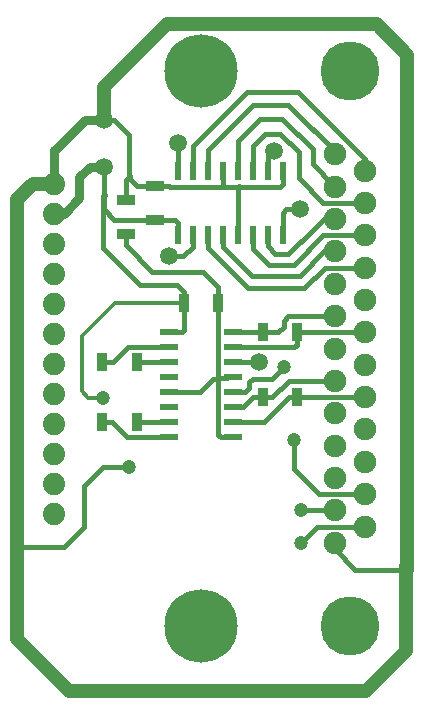
<source format=gbl>
G04 project-name*
%FSLAX35Y35*%
%MOMM*%
G04 undefined.(undefined)*
%LPD*%
%ADD10C,1.20*%
D10*
X-2684111Y17003450D02*
D03*

%ADD11C,0.3*%
%LPD*%
D11*
X-2684111Y17003450D02*
G01*
X-2812243Y17003450D01*
X-2864906Y17056112D01*
X-2864906Y17521116D01*
X-2582689Y17803332D01*
X-1997903Y17803332D01*
G04 undefined.(undefined)*
%LPD*%
D10*
X-2464278Y16412071D02*
D03*

%ADD12C,0.4*%
%LPD*%
D12*
X-2464278Y16412071D02*
G01*
X-2682252Y16412071D01*
X-2841424Y16252899D01*
X-2841424Y15912009D01*
X-3014491Y15738942D01*
X-3376358Y15738942D01*
X-3449781Y15812365D01*
G04 undefined.(undefined)*
%LPD*%
D10*
X-1008196Y15775751D02*
D03*


%LPD*%
D12*
X-1008196Y15775751D02*
G01*
X-1008196Y15775751D01*
X-872150Y15911797D01*
X-466707Y15911797D01*
G04 undefined.(undefined)*
%LPD*%
D10*
X-1069844Y16641209D02*
D03*


%LPD*%
D12*
X-1069844Y16641209D02*
G01*
X-1069844Y16402956D01*
X-852685Y16185797D01*
X-466707Y16185797D01*
%ADD13C,1.2*%
%LPD*%
D13*
X-842685Y14520618D02*
G01*
X-2967169Y14520618D01*
X-3408869Y14962318D01*
X-3408869Y18684936D01*
X-3278009Y18815797D01*
X-3098741Y18815797D01*
%ADD14C,0.8*%
%LPD*%
D14*
X-3098741Y19102265D02*
G01*
X-3098741Y18881837D01*

%LPD*%
D13*
X-644016Y20163721D02*
G01*
X-364187Y20163721D01*
X-108503Y19908038D01*
X-108503Y15548140D01*
X-119771Y15536872D01*

%LPD*%
D13*
X-842685Y14520618D02*
G01*
X-452842Y14520618D01*
X-115119Y14858342D01*
X-115119Y15580918D01*

%LPD*%
D12*
X-1838302Y18066747D02*
G01*
X-2264843Y18066747D01*
X-2491229Y18293132D01*
X-2491229Y18389092D01*

%LPD*%
D12*
X-1707903Y17803332D02*
G01*
X-1707903Y17936347D01*
X-1838302Y18066747D01*

%LPD*%
D12*
X-2122903Y17555797D02*
G01*
X-2015435Y17555797D01*
X-1997903Y17573329D01*
X-1997903Y17803332D01*

%LPD*%
D12*
X-2122903Y17047797D02*
G01*
X-1865120Y17047797D01*
X-1749426Y17163490D01*
X-1710240Y17163490D01*
X-1704211Y17169519D01*

%LPD*%
D12*
X-1707903Y17803332D02*
G01*
X-1707903Y16688325D01*
X-1686375Y16666797D01*
X-1582903Y16666797D01*

%LPD*%
D12*
X-2397903Y16793797D02*
G01*
X-2172893Y16793797D01*

%LPD*%
D12*
X-2687903Y17301797D02*
G01*
X-2596581Y17301797D01*
X-2469581Y17428797D01*
X-2122903Y17428797D01*

%LPD*%
D12*
X-1042149Y17007797D02*
G01*
X-534247Y17007797D01*

%LPD*%
D12*
X-1332149Y17007797D02*
G01*
X-1249645Y17007797D01*
X-1112645Y17144797D01*
X-720707Y17144797D01*

%LPD*%
D12*
X-1042149Y17555797D02*
G01*
X-543988Y17555797D01*

%LPD*%
D12*
X-1332149Y17555797D02*
G01*
X-1198461Y17555797D01*
X-1151731Y17602527D01*
X-1151731Y17655034D01*
X-1113968Y17692797D01*
X-720707Y17692797D01*

%LPD*%
D12*
X-2676411Y19354557D02*
G01*
X-2586632Y19354557D01*
X-2459157Y19227082D01*
X-2459157Y18860192D01*
X-2395762Y18796796D01*
X-2244132Y18796796D01*

%LPD*%
D14*
X-3098741Y18561797D02*
G01*
X-3015241Y18561797D01*
X-2884152Y18692886D01*
X-2884152Y18867313D01*
X-2796909Y18954557D01*
X-2676411Y18954557D01*

%LPD*%
D12*
X-2050113Y18381796D02*
G01*
X-2050113Y18482733D01*
X-2074177Y18506796D01*
X-2244132Y18506796D01*
G04 undefined.(undefined)*
%LPD*%
%ADD15C,1.5*%
D15*
X-2124646Y18202506D02*
D03*


%LPD*%
D12*
X-2124646Y18202506D02*
G01*
X-2002855Y18202506D01*
X-1923113Y18282248D01*
X-1923113Y18381796D01*
G04 undefined.(undefined)*
%LPD*%
D15*
X-1012223Y18596949D02*
D03*


%LPD*%
D12*
X-1012223Y18596949D02*
G01*
X-1130014Y18596949D01*
X-1161113Y18565850D01*
X-1161113Y18381796D01*

%LPD*%
D12*
X-2047663Y19155766D02*
G01*
X-2047663Y18974868D01*

%LPD*%
D12*
X-1542113Y18381796D02*
G01*
X-1542113Y18788736D01*
X-1533514Y18797335D01*

%LPD*%
D12*
X-1669113Y18921796D02*
G01*
X-1669113Y18796228D01*
X-1682353Y18782988D01*

%LPD*%
D12*
X-1669113Y18381796D02*
G01*
X-1669113Y18281860D01*
X-1421630Y18034377D01*
X-1015144Y18034377D01*
X-808725Y18240797D01*
X-720707Y18240797D01*

%LPD*%
D12*
X-1288113Y18381796D02*
G01*
X-1288113Y18285891D01*
X-1224222Y18222001D01*
X-1114017Y18222001D01*
X-1008866Y18327152D01*
X-1008866Y18322310D01*
X-816379Y18514797D01*
X-720707Y18514797D01*

%LPD*%
D12*
X-1796113Y18921796D02*
G01*
X-1796113Y19097668D01*
X-1411577Y19482205D01*
X-1114839Y19482205D01*
X-695431Y19062797D01*

%LPD*%
D12*
X-1415113Y18921796D02*
G01*
X-1415113Y19136172D01*
X-1313152Y19238134D01*
X-1182805Y19238134D01*
X-1024997Y19080326D01*
X-1024997Y18859886D01*
X-816908Y18651797D01*
X-466707Y18651797D01*

%LPD*%
D12*
X-1542113Y18921796D02*
G01*
X-1542113Y19175965D01*
X-1358182Y19359896D01*
X-1163825Y19359896D01*
X-909540Y19105610D01*
X-909540Y18979894D01*
X-736774Y18807128D01*
X-739039Y18807128D01*
X-720707Y18788797D01*

%LPD*%
D12*
X-1923113Y18921796D02*
G01*
X-1923113Y19136937D01*
X-1467127Y19592923D01*
X-1033343Y19592923D01*
X-466707Y19026287D01*
X-466707Y18925797D01*

%LPD*%
D12*
X-1415113Y18381796D02*
G01*
X-1415113Y18261298D01*
X-1278956Y18125141D01*
X-1069636Y18125141D01*
X-816980Y18377797D01*
X-466707Y18377797D01*

%LPD*%
D12*
X-1796113Y18381796D02*
G01*
X-1796113Y18267063D01*
X-1459442Y17930392D01*
X-978193Y17930392D01*
X-804788Y18103797D01*
X-466707Y18103797D01*

%LPD*%
D12*
X-1161113Y18921796D02*
G01*
X-1161113Y18811065D01*
X-1181873Y18790305D01*
X-2116220Y18790305D01*
X-2122712Y18796796D01*
X-2244132Y18796796D01*
G04 undefined.(undefined)*
%LPD*%
D15*
X-1232512Y19093515D02*
D03*


%LPD*%
D12*
X-1288113Y18921796D02*
G01*
X-1288113Y19037914D01*
X-1232512Y19093515D01*
G04 undefined.(undefined)*
%LPD*%
D15*
X-2047663Y19155766D02*
D03*


%LPD*%
D14*
X-3098741Y19102265D02*
G01*
X-3098741Y19093031D01*
X-2837215Y19354557D01*
X-2676411Y19354557D01*

%LPD*%
D12*
X-2676411Y18954557D02*
G01*
X-2676411Y18596925D01*
X-2586283Y18506796D01*
X-2244132Y18506796D01*

%LPD*%
D12*
X-1582903Y17555797D02*
G01*
X-1369085Y17555797D01*

%LPD*%
D12*
X-1582903Y17428797D02*
G01*
X-1066393Y17428797D01*
X-1042149Y17453040D01*
X-1042149Y17555797D01*

%LPD*%
D12*
X-1582903Y16920797D02*
G01*
X-1500950Y16920797D01*
X-1413950Y17007797D01*
X-1332149Y17007797D01*

%LPD*%
D12*
X-1582903Y16793797D02*
G01*
X-1324099Y16793797D01*
X-1110099Y17007797D01*
X-1042149Y17007797D01*

%LPD*%
D12*
X-2397903Y17301797D02*
G01*
X-2164032Y17301797D01*

%LPD*%
D12*
X-2687903Y16793797D02*
G01*
X-2610801Y16793797D01*
X-2483801Y16666797D01*
X-2122903Y16666797D01*

%LPD*%
D12*
X-1707903Y17169366D02*
G01*
X-1636564Y17169366D01*

%LPD*%
D12*
X-1997903Y17803332D02*
G01*
X-1997903Y17899480D01*
X-2059402Y17960979D01*
X-2369641Y17960979D01*
X-2679880Y18271219D01*
X-2679880Y18710111D01*
X-2669803Y18720188D01*

%LPD*%
D12*
X-2491229Y18679092D02*
G01*
X-2491229Y18844029D01*
X-2458510Y18876747D01*

%LPD*%
D13*
X-2676411Y19354557D02*
G01*
X-2676411Y19632524D01*
X-2145214Y20163721D01*
X-644016Y20163721D01*
G04 undefined.(undefined)*
%LPD*%
D15*
X-1364163Y17302537D02*
D03*


%LPD*%
D12*
X-1364163Y17302537D02*
G01*
X-1522041Y17302537D01*
G04 undefined.(undefined)*
%LPD*%
D10*
X-1148116Y17266299D02*
D03*


%LPD*%
D12*
X-1582903Y17047797D02*
G01*
X-1481331Y17047797D01*
X-1443647Y17085481D01*
X-1443647Y17132144D01*
X-1410594Y17165197D01*
X-1249219Y17165197D01*
X-1148116Y17266299D01*

%LPD*%
D12*
X-720707Y15774797D02*
G01*
X-720707Y15720118D01*
X-547091Y15546502D01*
X-130298Y15546502D01*
X-94055Y15582745D01*
G04 undefined.(undefined)*
%LPD*%
D10*
X-1007905Y16050438D02*
D03*


%LPD*%
D12*
X-1007905Y16050438D02*
G01*
X-800883Y16050438D01*
G04 r.r4.1(1)*
%LPD*%
%ADD16R,0.9X1.6*%
D16*
X-2397903Y17301797D02*
D03*

G04 r.r4.2(2)*
%LPD*%
D16*
X-2687903Y17301797D02*
D03*

G04 r.r3.1(1)*
%LPD*%
D16*
X-2397903Y16793797D02*
D03*

G04 r.r3.2(2)*
%LPD*%
D16*
X-2687903Y16793797D02*
D03*

G04 r.r2.1(1)*
%LPD*%
D16*
X-1332149Y17007797D02*
D03*

G04 r.r2.2(2)*
%LPD*%
D16*
X-1042149Y17007797D02*
D03*

G04 r.r1.1(1)*
%LPD*%
D16*
X-1042149Y17555797D02*
D03*

G04 r.r1.2(2)*
%LPD*%
D16*
X-1332149Y17555797D02*
D03*

G04 __c.(undefined)*
%LPD*%
%ADD17C,6.2*%
D17*
X-1854756Y19770797D02*
D03*

G04 __d.(undefined)*
%LPD*%
D17*
X-1854756Y15066797D02*
D03*

G04 c1.clk-(1)*
%LPD*%
%ADD18C,1.9*%
D18*
X-720707Y19062797D02*
D03*

G04 c1.sync-(2)*
%LPD*%
D18*
X-720707Y18788797D02*
D03*

G04 c1.x-(3)*
%LPD*%
D18*
X-720707Y18514797D02*
D03*

G04 c1.y-(4)*
%LPD*%
D18*
X-720707Y18240797D02*
D03*

G04 c1.z-(5)*
%LPD*%
D18*
X-720707Y17966797D02*
D03*

G04 c1.y_stat-(6)*
%LPD*%
D18*
X-720707Y17692797D02*
D03*

G04 c1.z_stat-(7)*
%LPD*%
D18*
X-720707Y17418797D02*
D03*

G04 c1.x_stat-(8)*
%LPD*%
D18*
X-720707Y17144797D02*
D03*

G04 c1.+15v(9)*
%LPD*%
D18*
X-720707Y16870797D02*
D03*

G04 c1.+15v(10)*
%LPD*%
D18*
X-720707Y16596797D02*
D03*

G04 c1.red(11)*
%LPD*%
D18*
X-720707Y16322797D02*
D03*

G04 c1.en(12)*
%LPD*%
D18*
X-720707Y16048797D02*
D03*

G04 c1.gnd(13)*
%LPD*%
D18*
X-720707Y15774797D02*
D03*

G04 c1.clk+(14)*
%LPD*%
D18*
X-466707Y18925797D02*
D03*

G04 c1.sync+(15)*
%LPD*%
D18*
X-466707Y18651797D02*
D03*

G04 c1.x+(16)*
%LPD*%
D18*
X-466707Y18377797D02*
D03*

G04 c1.y+(17)*
%LPD*%
D18*
X-466707Y18103797D02*
D03*

G04 c1.z+(18)*
%LPD*%
D18*
X-466707Y17829797D02*
D03*

G04 c1.y_stat+(19)*
%LPD*%
D18*
X-466707Y17555797D02*
D03*

G04 c1.z_stat+(20)*
%LPD*%
D18*
X-466707Y17281797D02*
D03*

G04 c1.x_stat+(21)*
%LPD*%
D18*
X-466707Y17007797D02*
D03*

G04 c1.+15v(22)*
%LPD*%
D18*
X-466707Y16733797D02*
D03*

G04 c1.pgnd(23)*
%LPD*%
D18*
X-466707Y16459797D02*
D03*

G04 c1.pwm(24)*
%LPD*%
D18*
X-466707Y16185797D02*
D03*

G04 c1.pctl(25)*
%LPD*%
D18*
X-466707Y15911797D02*
D03*

G04 c1.S(S)*
%LPD*%
%ADD19C,5*%
D19*
X-593707Y19770797D02*
D03*

G04 c1.S(S)*
%LPD*%
D19*
X-593707Y15066797D02*
D03*

G04 c5.C2.c(1)*
%LPD*%
%ADD20R,1.6X0.9*%
D20*
X-2244132Y18796796D02*
D03*

G04 c5.C2.a(2)*
%LPD*%
D20*
X-2244132Y18506796D02*
D03*

G04 d.c1.1a(1)*
%LPD*%
%ADD21R,0.6X1.55*%
D21*
X-2050113Y18921796D02*
D03*

G04 d.c1.1y(2)*
%LPD*%
D21*
X-1923113Y18921796D02*
D03*

G04 d.c1.1z(3)*
%LPD*%
D21*
X-1796113Y18921796D02*
D03*

G04 d.c1.g(4)*
%LPD*%
D21*
X-1669113Y18921796D02*
D03*

G04 d.c1.2z(5)*
%LPD*%
D21*
X-1542113Y18921796D02*
D03*

G04 d.c1.2y(6)*
%LPD*%
D21*
X-1415113Y18921796D02*
D03*

G04 d.c1.2a(7)*
%LPD*%
D21*
X-1288113Y18921796D02*
D03*

G04 d.c1.gnd(8)*
%LPD*%
D21*
X-1161113Y18921796D02*
D03*

G04 d.c1.vcc(16)*
%LPD*%
D21*
X-2050113Y18381796D02*
D03*

G04 d.c1.4a(15)*
%LPD*%
D21*
X-1923113Y18381796D02*
D03*

G04 d.c1.4y(14)*
%LPD*%
D21*
X-1796113Y18381796D02*
D03*

G04 d.c1.4z(13)*
%LPD*%
D21*
X-1669113Y18381796D02*
D03*

G04 d.c1.n_g(12)*
%LPD*%
D21*
X-1542113Y18381796D02*
D03*

G04 d.c1.3z(11)*
%LPD*%
D21*
X-1415113Y18381796D02*
D03*

G04 d.c1.3y(10)*
%LPD*%
D21*
X-1288113Y18381796D02*
D03*

G04 d.c1.3a(9)*
%LPD*%
D21*
X-1161113Y18381796D02*
D03*

G04 r.c1.1b(1)*
%LPD*%
%ADD22R,1.55X0.6*%
D22*
X-1582903Y17555797D02*
D03*

G04 r.c1.1a(2)*
%LPD*%
D22*
X-1582903Y17428797D02*
D03*

G04 r.c1.1y(3)*
%LPD*%
D22*
X-1582903Y17301797D02*
D03*

G04 r.c1.g(4)*
%LPD*%
D22*
X-1582903Y17174797D02*
D03*

G04 r.c1.2y(5)*
%LPD*%
D22*
X-1582903Y17047797D02*
D03*

G04 r.c1.2a(6)*
%LPD*%
D22*
X-1582903Y16920797D02*
D03*

G04 r.c1.2b(7)*
%LPD*%
D22*
X-1582903Y16793797D02*
D03*

G04 r.c1.gnd(8)*
%LPD*%
D22*
X-1582903Y16666797D02*
D03*

G04 r.c1.vcc(16)*
%LPD*%
D22*
X-2122903Y17555797D02*
D03*

G04 r.c1.4b(15)*
%LPD*%
D22*
X-2122903Y17428797D02*
D03*

G04 r.c1.4a(14)*
%LPD*%
D22*
X-2122903Y17301797D02*
D03*

G04 r.c1.4y(13)*
%LPD*%
D22*
X-2122903Y17174797D02*
D03*

G04 r.c1.n_g(12)*
%LPD*%
D22*
X-2122903Y17047797D02*
D03*

G04 r.c1.3y(11)*
%LPD*%
D22*
X-2122903Y16920797D02*
D03*

G04 r.c1.3a(10)*
%LPD*%
D22*
X-2122903Y16793797D02*
D03*

G04 r.c1.3b(9)*
%LPD*%
D22*
X-2122903Y16666797D02*
D03*

G04 r.c2.c(1)*
%LPD*%
D16*
X-1707903Y17803332D02*
D03*

G04 r.c2.a(2)*
%LPD*%
D16*
X-1997903Y17803332D02*
D03*

G04 r.c2.c(1)*
%LPD*%
D16*
X-1707903Y17803332D02*
D03*

G04 r.c2.a(2)*
%LPD*%
D16*
X-1997903Y17803332D02*
D03*

G04 j1.1(1)*
%LPD*%
D20*
X-2491229Y18679091D02*
D03*

G04 j1.1(2)*
%LPD*%
D20*
X-2491229Y18389091D02*
D03*

G04 conn.gnd(1)*
%LPD*%
%ADD23C,1.89*%
D23*
X-3098741Y18815797D02*
D03*

G04 conn.vcc(2)*
%LPD*%
D23*
X-3098741Y18561797D02*
D03*

G04 conn.clk(3)*
%LPD*%
D23*
X-3098741Y18307797D02*
D03*

G04 conn.sync(4)*
%LPD*%
D23*
X-3098741Y18053797D02*
D03*

G04 conn.y(5)*
%LPD*%
D23*
X-3098741Y17799797D02*
D03*

G04 conn.x(6)*
%LPD*%
D23*
X-3098741Y17545797D02*
D03*

G04 conn.y_stat(7)*
%LPD*%
D23*
X-3098741Y17291797D02*
D03*

G04 conn.x_stat(8)*
%LPD*%
D23*
X-3098741Y17037797D02*
D03*

G04 conn.pwm(9)*
%LPD*%
D23*
X-3098741Y16783797D02*
D03*

G04 conn.en(10)*
%LPD*%
D23*
X-3098741Y16529797D02*
D03*

G04 conn.pctl(11)*
%LPD*%
D23*
X-3098741Y16275797D02*
D03*

G04 conn.red(12)*
%LPD*%
D23*
X-3098741Y16021797D02*
D03*

G04 c2.c(1)*
%LPD*%
D15*
X-2676411Y19354557D02*
D03*

G04 c2.a(2)*
%LPD*%
D15*
X-2676411Y18954557D02*
D03*

M02*
</source>
